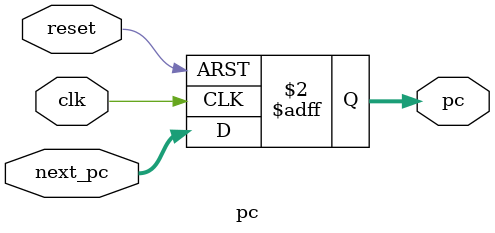
<source format=v>
module pc(
    input clk,
    input reset,  
    input [31:0] next_pc,
    output reg [31:0] pc
);
    always @(posedge clk or posedge reset) begin
        if (reset) begin pc <= 32'h00000000;end
        else begin pc <= next_pc;end
    end

endmodule
</source>
